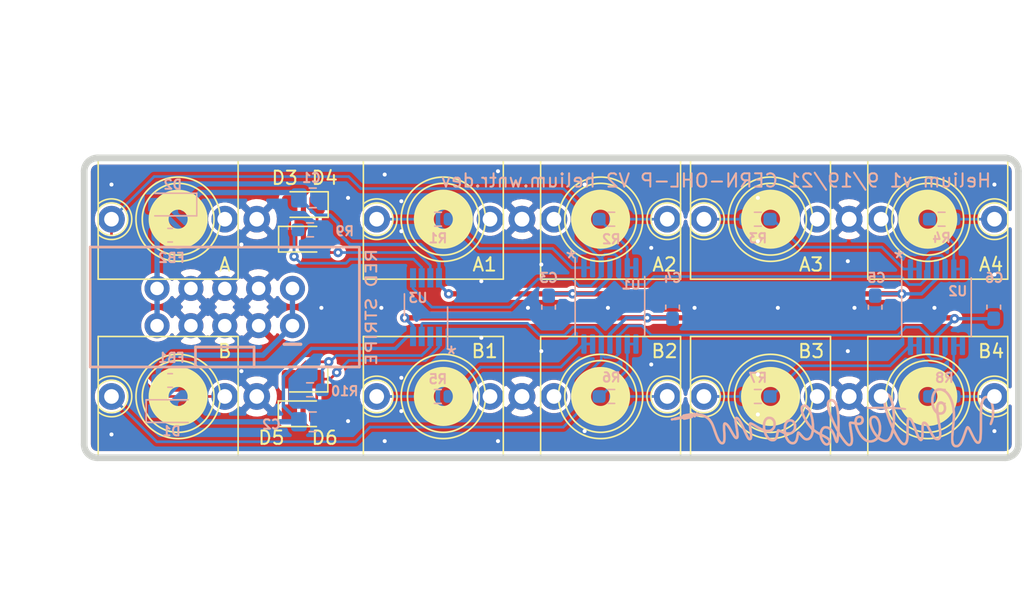
<source format=kicad_pcb>
(kicad_pcb (version 20171130) (host pcbnew "(5.1.10-1-10_14)")
  (layers (0 F.Cu signal) (31 B.Cu signal) (34 B.Paste user) (35 F.Paste user) (36 B.SilkS user) (37 F.SilkS user) (38 B.Mask user) (39 F.Mask user) (44 Edge.Cuts user))
  (net 0 "")
  (net 1 GND)
  (net 2 +12V)
  (net 3 -12V)
  (net 4 "Net-(D1-Pad1)")
  (net 5 "Net-(D2-Pad2)")
  (net 6 "Net-(FB1-Pad2)")
  (net 7 "Net-(FB2-Pad2)")
  (net 8 "Net-(J2-PadT)")
  (net 9 "Net-(J2-PadTN)")
  (net 10 "Net-(J3-PadT)")
  (net 11 "Net-(J3-PadTN)")
  (net 12 "Net-(J4-PadT)")
  (net 13 "Net-(J4-PadTN)")
  (net 14 "Net-(J5-PadT)")
  (net 15 "Net-(J5-PadTN)")
  (net 16 "Net-(J6-PadT)")
  (net 17 "Net-(J6-PadTN)")
  (net 18 "Net-(J7-PadT)")
  (net 19 "Net-(J8-PadT)")
  (net 20 "Net-(J8-PadTN)")
  (net 21 "Net-(J9-PadT)")
  (net 22 "Net-(J9-PadTN)")
  (net 23 "Net-(J10-PadT)")
  (net 24 "Net-(J10-PadTN)")
  (net 25 "Net-(J11-PadT)")
  (net 26 "Net-(J11-PadTN)")
  (net 27 "Net-(R1-Pad2)")
  (net 28 "Net-(R2-Pad2)")
  (net 29 "Net-(R3-Pad2)")
  (net 30 "Net-(R4-Pad2)")
  (net 31 "Net-(R5-Pad2)")
  (net 32 "Net-(R6-Pad2)")
  (net 33 "Net-(R7-Pad2)")
  (net 34 "Net-(R8-Pad2)")
  (net 35 "Net-(D3-Pad2)")
  (net 36 "Net-(D3-Pad1)")
  (net 37 "Net-(D5-Pad2)")
  (net 38 "Net-(D5-Pad1)")
  (module Package_SO:TSSOP-14_4.4x5mm_P0.65mm (layer B.Cu) (at 164.4 111.4 270)
    (fp_text reference U2 (at -1.2 -1.6) (layer B.SilkS) (effects (font (size 0.7 0.7)) (justify mirror)))
    (fp_text value OPA4991)
    (pad 14 smd roundrect (at 2.8625 1.95 270) (size 1.475 0.4) (layers B.Cu B.Paste B.Mask) (net 33 "Net-(R7-Pad2)"))
    (pad 13 smd roundrect (at 2.8625 1.3 270) (size 1.475 0.4) (layers B.Cu B.Paste B.Mask) (net 33 "Net-(R7-Pad2)"))
    (pad 12 smd roundrect (at 2.8625 0.65 270) (size 1.475 0.4) (layers B.Cu B.Paste B.Mask) (net 18 "Net-(J7-PadT)"))
    (pad 11 smd roundrect (at 2.8625 0 270) (size 1.475 0.4) (layers B.Cu B.Paste B.Mask) (net 3 -12V))
    (pad 10 smd roundrect (at 2.8625 -0.65 270) (size 1.475 0.4) (layers B.Cu B.Paste B.Mask) (net 18 "Net-(J7-PadT)"))
    (pad 9 smd roundrect (at 2.8625 -1.3 270) (size 1.475 0.4) (layers B.Cu B.Paste B.Mask) (net 34 "Net-(R8-Pad2)"))
    (pad 8 smd roundrect (at 2.8625 -1.95 270) (size 1.475 0.4) (layers B.Cu B.Paste B.Mask) (net 34 "Net-(R8-Pad2)"))
    (pad 7 smd roundrect (at -2.8625 -1.95 270) (size 1.475 0.4) (layers B.Cu B.Paste B.Mask) (net 30 "Net-(R4-Pad2)"))
    (pad 6 smd roundrect (at -2.8625 -1.3 270) (size 1.475 0.4) (layers B.Cu B.Paste B.Mask) (net 30 "Net-(R4-Pad2)"))
    (pad 5 smd roundrect (at -2.8625 -0.65 270) (size 1.475 0.4) (layers B.Cu B.Paste B.Mask) (net 8 "Net-(J2-PadT)"))
    (pad 4 smd roundrect (at -2.8625 0 270) (size 1.475 0.4) (layers B.Cu B.Paste B.Mask) (net 2 +12V))
    (pad 3 smd roundrect (at -2.8625 0.65 270) (size 1.475 0.4) (layers B.Cu B.Paste B.Mask) (net 8 "Net-(J2-PadT)"))
    (pad 2 smd roundrect (at -2.8625 1.3 270) (size 1.475 0.4) (layers B.Cu B.Paste B.Mask) (net 29 "Net-(R3-Pad2)"))
    (pad 1 smd roundrect (at -2.8625 1.95 270) (size 1.475 0.4) (layers B.Cu B.Paste B.Mask) (net 29 "Net-(R3-Pad2)"))
  )
  (module Package_SO:TSSOP-14_4.4x5mm_P0.65mm (layer B.Cu) (at 139.9 111.3 270)
    (fp_text reference U1 (at -1.6 -1.6 180) (layer B.SilkS) (effects (font (size 0.7 0.7)) (justify mirror)))
    (fp_text value OPA4991)
    (pad 14 smd roundrect (at 2.8625 1.95 270) (size 1.475 0.4) (layers B.Cu B.Paste B.Mask) (net 31 "Net-(R5-Pad2)"))
    (pad 13 smd roundrect (at 2.8625 1.3 270) (size 1.475 0.4) (layers B.Cu B.Paste B.Mask) (net 31 "Net-(R5-Pad2)"))
    (pad 12 smd roundrect (at 2.8625 0.65 270) (size 1.475 0.4) (layers B.Cu B.Paste B.Mask) (net 18 "Net-(J7-PadT)"))
    (pad 11 smd roundrect (at 2.8625 0 270) (size 1.475 0.4) (layers B.Cu B.Paste B.Mask) (net 3 -12V))
    (pad 10 smd roundrect (at 2.8625 -0.65 270) (size 1.475 0.4) (layers B.Cu B.Paste B.Mask) (net 18 "Net-(J7-PadT)"))
    (pad 9 smd roundrect (at 2.8625 -1.3 270) (size 1.475 0.4) (layers B.Cu B.Paste B.Mask) (net 32 "Net-(R6-Pad2)"))
    (pad 8 smd roundrect (at 2.8625 -1.95 270) (size 1.475 0.4) (layers B.Cu B.Paste B.Mask) (net 32 "Net-(R6-Pad2)"))
    (pad 7 smd roundrect (at -2.8625 -1.95 270) (size 1.475 0.4) (layers B.Cu B.Paste B.Mask) (net 28 "Net-(R2-Pad2)"))
    (pad 6 smd roundrect (at -2.8625 -1.3 270) (size 1.475 0.4) (layers B.Cu B.Paste B.Mask) (net 28 "Net-(R2-Pad2)"))
    (pad 5 smd roundrect (at -2.8625 -0.65 270) (size 1.475 0.4) (layers B.Cu B.Paste B.Mask) (net 8 "Net-(J2-PadT)"))
    (pad 4 smd roundrect (at -2.8625 0 270) (size 1.475 0.4) (layers B.Cu B.Paste B.Mask) (net 2 +12V))
    (pad 3 smd roundrect (at -2.8625 0.65 270) (size 1.475 0.4) (layers B.Cu B.Paste B.Mask) (net 8 "Net-(J2-PadT)"))
    (pad 2 smd roundrect (at -2.8625 1.3 270) (size 1.475 0.4) (layers B.Cu B.Paste B.Mask) (net 27 "Net-(R1-Pad2)"))
    (pad 1 smd roundrect (at -2.8625 1.95 270) (size 1.475 0.4) (layers B.Cu B.Paste B.Mask) (net 27 "Net-(R1-Pad2)"))
  )
  (module LED_SMD:LED_0805_2012Metric_Pad1.15x1.40mm_HandSolder (layer F.Cu) (at 116.875 116.8 180)
    (fp_text reference D6 (at -1.625 -4.4) (layer F.SilkS))
    (fp_text value NEG)
    (pad 2 smd roundrect (at 1.025 0 180) (size 1.15 1.4) (layers F.Cu F.Paste F.Mask) (roundrect_rratio 0.2173904347826087) (net 38 "Net-(D5-Pad1)"))
    (pad 1 smd roundrect (at -1.025 0 180) (size 1.15 1.4) (layers F.Cu F.Paste F.Mask) (roundrect_rratio 0.2173904347826087) (net 37 "Net-(D5-Pad2)"))
  )
  (module LED_SMD:LED_0805_2012Metric_Pad1.15x1.40mm_HandSolder (layer F.Cu) (at 116.875 119.4)
    (fp_text reference D5 (at -2.375 1.8) (layer F.SilkS))
    (fp_text value POS)
    (pad 2 smd roundrect (at 1.025 0) (size 1.15 1.4) (layers F.Cu F.Paste F.Mask) (roundrect_rratio 0.2173904347826087) (net 37 "Net-(D5-Pad2)"))
    (pad 1 smd roundrect (at -1.025 0) (size 1.15 1.4) (layers F.Cu F.Paste F.Mask) (roundrect_rratio 0.2173904347826087) (net 38 "Net-(D5-Pad1)"))
  )
  (module LED_SMD:LED_0805_2012Metric_Pad1.15x1.40mm_HandSolder (layer F.Cu) (at 116.9 103.7 180)
    (fp_text reference D4 (at -1.6 2) (layer F.SilkS))
    (fp_text value NEG)
    (pad 2 smd roundrect (at 1.025 0 180) (size 1.15 1.4) (layers F.Cu F.Paste F.Mask) (roundrect_rratio 0.2173904347826087) (net 36 "Net-(D3-Pad1)"))
    (pad 1 smd roundrect (at -1.025 0 180) (size 1.15 1.4) (layers F.Cu F.Paste F.Mask) (roundrect_rratio 0.2173904347826087) (net 35 "Net-(D3-Pad2)"))
  )
  (module LED_SMD:LED_0805_2012Metric_Pad1.15x1.40mm_HandSolder (layer F.Cu) (at 116.9 106.3)
    (fp_text reference D3 (at -1.4 -4.6) (layer F.SilkS))
    (fp_text value POS)
    (pad 2 smd roundrect (at 1.025 0) (size 1.15 1.4) (layers F.Cu F.Paste F.Mask) (roundrect_rratio 0.2173904347826087) (net 35 "Net-(D3-Pad2)"))
    (pad 1 smd roundrect (at -1.025 0) (size 1.15 1.4) (layers F.Cu F.Paste F.Mask) (roundrect_rratio 0.2173904347826087) (net 36 "Net-(D3-Pad1)"))
  )
  (module winterbloom:Eurorack_Power (layer B.Cu) (at 111 111.4 180)
    (fp_text reference J1 hide)
    (fp_text value Power hide)
    (fp_text user "RED STRIPE" (at -11 0 90) (layer B.SilkS) (effects (font (size 0.8 1)) (justify mirror)))
    (pad 10 thru_hole circle (at 5.08 1.407 90) (size 1.8796 1.8796) (drill 1.016) (layers *.Cu *.Mask) (net 7 "Net-(FB2-Pad2)"))
    (pad 9 thru_hole circle (at 5.08 -1.387 90) (size 1.8796 1.8796) (drill 1.016) (layers *.Cu *.Mask) (net 7 "Net-(FB2-Pad2)"))
    (pad 8 thru_hole circle (at 2.54 1.407 90) (size 1.8796 1.8796) (drill 1.016) (layers *.Cu *.Mask) (net 1 GND))
    (pad 7 thru_hole circle (at 2.54 -1.387 90) (size 1.8796 1.8796) (drill 1.016) (layers *.Cu *.Mask) (net 1 GND))
    (pad 6 thru_hole circle (at 0 1.407 90) (size 1.8796 1.8796) (drill 1.016) (layers *.Cu *.Mask) (net 1 GND))
    (pad 5 thru_hole circle (at 0 -1.387 90) (size 1.8796 1.8796) (drill 1.016) (layers *.Cu *.Mask) (net 1 GND))
    (pad 4 thru_hole circle (at -2.54 1.407 90) (size 1.8796 1.8796) (drill 1.016) (layers *.Cu *.Mask) (net 1 GND))
    (pad 3 thru_hole circle (at -2.54 -1.387 90) (size 1.8796 1.8796) (drill 1.016) (layers *.Cu *.Mask) (net 1 GND))
    (pad 2 thru_hole circle (at -5.08 1.407 90) (size 1.8796 1.8796) (drill 1.016) (layers *.Cu *.Mask) (net 6 "Net-(FB1-Pad2)"))
    (pad 1 thru_hole circle (at -5.08 -1.387 90) (size 1.8796 1.8796) (drill 1.016) (layers *.Cu *.Mask) (net 6 "Net-(FB1-Pad2)"))
  )
  (module winterbloom:WQP-WQP518MA-skinny (layer F.Cu) (at 127.4 118.1 90)
    (fp_text reference J8 hide)
    (fp_text value B1 (at 3.4 3.1) (layer F.SilkS))
    (pad S thru_hole circle (at 0 5.9 90) (size 2 2) (drill 1.1) (layers *.Cu *.Mask) (net 1 GND))
    (pad TN thru_hole circle (at 0 3.5 90) (size 2 2) (drill 1.1) (layers *.Cu *.Mask) (net 20 "Net-(J8-PadTN)"))
    (pad T thru_hole circle (at 0 -5 90) (size 2 2) (drill 1.1) (layers *.Cu *.Mask) (net 19 "Net-(J8-PadT)"))
  )
  (module Resistor_SMD:R_0603_1608Metric_Pad0.98x0.95mm_HandSolder (layer B.Cu) (at 117.4 117.6)
    (fp_text reference R10 (at 2.6 0.1) (layer B.SilkS) (effects (font (size 0.7 0.7)) (justify mirror)))
    (fp_text value 270)
    (pad 2 smd roundrect (at 0.9125 0) (size 0.975 0.95) (layers B.Cu B.Paste B.Mask) (net 38 "Net-(D5-Pad1)"))
    (pad 1 smd roundrect (at -0.9125 0) (size 0.975 0.95) (layers B.Cu B.Paste B.Mask) (net 1 GND))
  )
  (module Resistor_SMD:R_0603_1608Metric_Pad0.98x0.95mm_HandSolder (layer B.Cu) (at 117.4 105.6 180)
    (fp_text reference R9 (at -2.6 -0.1) (layer B.SilkS) (effects (font (size 0.7 0.7)) (justify mirror)))
    (fp_text value 270)
    (pad 2 smd roundrect (at 0.9125 0 180) (size 0.975 0.95) (layers B.Cu B.Paste B.Mask) (net 36 "Net-(D3-Pad1)"))
    (pad 1 smd roundrect (at -0.9125 0 180) (size 0.975 0.95) (layers B.Cu B.Paste B.Mask) (net 1 GND))
  )
  (module Package_SO:VSSOP-8_3.0x3.0mm_P0.65mm (layer B.Cu) (at 126.1 111.4 90)
    (fp_text reference U3 (at 0.7 -0.6) (layer B.SilkS) (effects (font (size 0.7 0.7)) (justify mirror)))
    (fp_text value LM358)
    (pad 8 smd rect (at 2.2 0.975 180) (size 0.45 1.45) (layers B.Cu B.Paste B.Mask) (net 2 +12V))
    (pad 7 smd rect (at 2.2 0.325 180) (size 0.45 1.45) (layers B.Cu B.Paste B.Mask) (net 35 "Net-(D3-Pad2)"))
    (pad 6 smd rect (at 2.2 -0.325 180) (size 0.45 1.45) (layers B.Cu B.Paste B.Mask) (net 36 "Net-(D3-Pad1)"))
    (pad 5 smd rect (at 2.2 -0.975 180) (size 0.45 1.45) (layers B.Cu B.Paste B.Mask) (net 8 "Net-(J2-PadT)"))
    (pad 4 smd rect (at -2.2 -0.975 180) (size 0.45 1.45) (layers B.Cu B.Paste B.Mask) (net 3 -12V))
    (pad 3 smd rect (at -2.2 -0.325 180) (size 0.45 1.45) (layers B.Cu B.Paste B.Mask) (net 18 "Net-(J7-PadT)"))
    (pad 2 smd rect (at -2.2 0.325 180) (size 0.45 1.45) (layers B.Cu B.Paste B.Mask) (net 38 "Net-(D5-Pad1)"))
    (pad 1 smd rect (at -2.2 0.975 180) (size 0.45 1.45) (layers B.Cu B.Paste B.Mask) (net 37 "Net-(D5-Pad2)"))
  )
  (module winterbloom:Extra_Long_Wiggly_Boi_25mm (layer B.Cu) (at 156.6 119.7 180)
    (fp_text reference G*** hide)
    (fp_text value LOGO hide)
  )
  (module winterbloom:WQP-WQP518MA-skinny (layer F.Cu) (at 163.75 118.1 270)
    (fp_text reference J11 hide)
    (fp_text value B4 (at -3.4 -4.75) (layer F.SilkS))
    (pad S thru_hole circle (at 0 5.9 270) (size 2 2) (drill 1.1) (layers *.Cu *.Mask) (net 1 GND))
    (pad TN thru_hole circle (at 0 3.5 270) (size 2 2) (drill 1.1) (layers *.Cu *.Mask) (net 26 "Net-(J11-PadTN)"))
    (pad T thru_hole circle (at 0 -5 270) (size 2 2) (drill 1.1) (layers *.Cu *.Mask) (net 25 "Net-(J11-PadT)"))
  )
  (module winterbloom:WQP-WQP518MA-skinny (layer F.Cu) (at 151.95 118.1 90)
    (fp_text reference J10 hide)
    (fp_text value B3 (at 3.4 3.05) (layer F.SilkS))
    (pad S thru_hole circle (at 0 5.9 90) (size 2 2) (drill 1.1) (layers *.Cu *.Mask) (net 1 GND))
    (pad TN thru_hole circle (at 0 3.5 90) (size 2 2) (drill 1.1) (layers *.Cu *.Mask) (net 24 "Net-(J10-PadTN)"))
    (pad T thru_hole circle (at 0 -5 90) (size 2 2) (drill 1.1) (layers *.Cu *.Mask) (net 23 "Net-(J10-PadT)"))
  )
  (module winterbloom:WQP-WQP518MA-skinny (layer F.Cu) (at 139.2 118.1 270)
    (fp_text reference J9 hide)
    (fp_text value B2 (at -3.4 -4.8) (layer F.SilkS))
    (pad S thru_hole circle (at 0 5.9 270) (size 2 2) (drill 1.1) (layers *.Cu *.Mask) (net 1 GND))
    (pad TN thru_hole circle (at 0 3.5 270) (size 2 2) (drill 1.1) (layers *.Cu *.Mask) (net 22 "Net-(J9-PadTN)"))
    (pad T thru_hole circle (at 0 -5 270) (size 2 2) (drill 1.1) (layers *.Cu *.Mask) (net 21 "Net-(J9-PadT)"))
  )
  (module winterbloom:WQP-WQP518MA-skinny (layer F.Cu) (at 107.5 118.1 90)
    (fp_text reference J7 hide)
    (fp_text value B (at 3.4 3.5) (layer F.SilkS))
    (pad S thru_hole circle (at 0 5.9 90) (size 2 2) (drill 1.1) (layers *.Cu *.Mask) (net 1 GND))
    (pad TN thru_hole circle (at 0 3.5 90) (size 2 2) (drill 1.1) (layers *.Cu *.Mask) (net 8 "Net-(J2-PadT)"))
    (pad T thru_hole circle (at 0 -5 90) (size 2 2) (drill 1.1) (layers *.Cu *.Mask) (net 18 "Net-(J7-PadT)"))
  )
  (module winterbloom:WQP-WQP518MA-skinny (layer F.Cu) (at 163.75 104.8 270)
    (fp_text reference J6 hide)
    (fp_text value A4 (at 3.4 -4.75) (layer F.SilkS))
    (pad S thru_hole circle (at 0 5.9 270) (size 2 2) (drill 1.1) (layers *.Cu *.Mask) (net 1 GND))
    (pad TN thru_hole circle (at 0 3.5 270) (size 2 2) (drill 1.1) (layers *.Cu *.Mask) (net 17 "Net-(J6-PadTN)"))
    (pad T thru_hole circle (at 0 -5 270) (size 2 2) (drill 1.1) (layers *.Cu *.Mask) (net 16 "Net-(J6-PadT)"))
  )
  (module winterbloom:WQP-WQP518MA-skinny (layer F.Cu) (at 151.95 104.8 90)
    (fp_text reference J5 hide)
    (fp_text value A3 (at -3.4 3.05) (layer F.SilkS))
    (pad S thru_hole circle (at 0 5.9 90) (size 2 2) (drill 1.1) (layers *.Cu *.Mask) (net 1 GND))
    (pad TN thru_hole circle (at 0 3.5 90) (size 2 2) (drill 1.1) (layers *.Cu *.Mask) (net 15 "Net-(J5-PadTN)"))
    (pad T thru_hole circle (at 0 -5 90) (size 2 2) (drill 1.1) (layers *.Cu *.Mask) (net 14 "Net-(J5-PadT)"))
  )
  (module winterbloom:WQP-WQP518MA-skinny (layer F.Cu) (at 139.2 104.8 270)
    (fp_text reference J4 hide)
    (fp_text value A2 (at 3.4 -4.8) (layer F.SilkS))
    (pad S thru_hole circle (at 0 5.9 270) (size 2 2) (drill 1.1) (layers *.Cu *.Mask) (net 1 GND))
    (pad TN thru_hole circle (at 0 3.5 270) (size 2 2) (drill 1.1) (layers *.Cu *.Mask) (net 13 "Net-(J4-PadTN)"))
    (pad T thru_hole circle (at 0 -5 270) (size 2 2) (drill 1.1) (layers *.Cu *.Mask) (net 12 "Net-(J4-PadT)"))
  )
  (module winterbloom:WQP-WQP518MA-skinny (layer F.Cu) (at 127.4 104.8 90)
    (fp_text reference J3 hide)
    (fp_text value A1 (at -3.4 3.1) (layer F.SilkS))
    (pad S thru_hole circle (at 0 5.9 90) (size 2 2) (drill 1.1) (layers *.Cu *.Mask) (net 1 GND))
    (pad TN thru_hole circle (at 0 3.5 90) (size 2 2) (drill 1.1) (layers *.Cu *.Mask) (net 11 "Net-(J3-PadTN)"))
    (pad T thru_hole circle (at 0 -5 90) (size 2 2) (drill 1.1) (layers *.Cu *.Mask) (net 10 "Net-(J3-PadT)"))
  )
  (module winterbloom:WQP-WQP518MA-skinny (layer F.Cu) (at 107.5 104.8 90)
    (fp_text reference J2 hide)
    (fp_text value A (at -3.4 3.5) (layer F.SilkS))
    (pad S thru_hole circle (at 0 5.9 90) (size 2 2) (drill 1.1) (layers *.Cu *.Mask) (net 1 GND))
    (pad TN thru_hole circle (at 0 3.5 90) (size 2 2) (drill 1.1) (layers *.Cu *.Mask) (net 9 "Net-(J2-PadTN)"))
    (pad T thru_hole circle (at 0 -5 90) (size 2 2) (drill 1.1) (layers *.Cu *.Mask) (net 8 "Net-(J2-PadT)"))
  )
  (module Resistor_SMD:R_0603_1608Metric_Pad0.98x0.95mm_HandSolder (layer B.Cu) (at 164.8 118.1 180)
    (fp_text reference R8 (at -0.2 1.4) (layer B.SilkS) (effects (font (size 0.7 0.7)) (justify mirror)))
    (fp_text value 100R)
    (pad 2 smd roundrect (at 0.9125 0 180) (size 0.975 0.95) (layers B.Cu B.Paste B.Mask) (net 34 "Net-(R8-Pad2)"))
    (pad 1 smd roundrect (at -0.9125 0 180) (size 0.975 0.95) (layers B.Cu B.Paste B.Mask) (net 25 "Net-(J11-PadT)"))
  )
  (module Resistor_SMD:R_0603_1608Metric_Pad0.98x0.95mm_HandSolder (layer B.Cu) (at 151 118.1)
    (fp_text reference R7 (at 0 -1.4) (layer B.SilkS) (effects (font (size 0.7 0.7)) (justify mirror)))
    (fp_text value 100R)
    (pad 2 smd roundrect (at 0.9125 0) (size 0.975 0.95) (layers B.Cu B.Paste B.Mask) (net 33 "Net-(R7-Pad2)"))
    (pad 1 smd roundrect (at -0.9125 0) (size 0.975 0.95) (layers B.Cu B.Paste B.Mask) (net 23 "Net-(J10-PadT)"))
  )
  (module Resistor_SMD:R_0603_1608Metric_Pad0.98x0.95mm_HandSolder (layer B.Cu) (at 140 118.1 180)
    (fp_text reference R6 (at 0 1.43) (layer B.SilkS) (effects (font (size 0.7 0.7)) (justify mirror)))
    (fp_text value 100R)
    (pad 2 smd roundrect (at 0.9125 0 180) (size 0.975 0.95) (layers B.Cu B.Paste B.Mask) (net 32 "Net-(R6-Pad2)"))
    (pad 1 smd roundrect (at -0.9125 0 180) (size 0.975 0.95) (layers B.Cu B.Paste B.Mask) (net 21 "Net-(J9-PadT)"))
  )
  (module Resistor_SMD:R_0603_1608Metric_Pad0.98x0.95mm_HandSolder (layer B.Cu) (at 126.9875 118.1)
    (fp_text reference R5 (at 0 -1.3) (layer B.SilkS) (effects (font (size 0.7 0.7)) (justify mirror)))
    (fp_text value 100R)
    (pad 2 smd roundrect (at 0.9125 0) (size 0.975 0.95) (layers B.Cu B.Paste B.Mask) (net 31 "Net-(R5-Pad2)"))
    (pad 1 smd roundrect (at -0.9125 0) (size 0.975 0.95) (layers B.Cu B.Paste B.Mask) (net 19 "Net-(J8-PadT)"))
  )
  (module Resistor_SMD:R_0603_1608Metric_Pad0.98x0.95mm_HandSolder (layer B.Cu) (at 164.7875 104.8 180)
    (fp_text reference R4 (at 0 -1.4) (layer B.SilkS) (effects (font (size 0.7 0.7)) (justify mirror)))
    (fp_text value 100R)
    (pad 2 smd roundrect (at 0.9125 0 180) (size 0.975 0.95) (layers B.Cu B.Paste B.Mask) (net 30 "Net-(R4-Pad2)"))
    (pad 1 smd roundrect (at -0.9125 0 180) (size 0.975 0.95) (layers B.Cu B.Paste B.Mask) (net 16 "Net-(J6-PadT)"))
  )
  (module Resistor_SMD:R_0603_1608Metric_Pad0.98x0.95mm_HandSolder (layer B.Cu) (at 151 104.8)
    (fp_text reference R3 (at 0 1.43) (layer B.SilkS) (effects (font (size 0.7 0.7)) (justify mirror)))
    (fp_text value 100R)
    (pad 2 smd roundrect (at 0.9125 0) (size 0.975 0.95) (layers B.Cu B.Paste B.Mask) (net 29 "Net-(R3-Pad2)"))
    (pad 1 smd roundrect (at -0.9125 0) (size 0.975 0.95) (layers B.Cu B.Paste B.Mask) (net 14 "Net-(J5-PadT)"))
  )
  (module Resistor_SMD:R_0603_1608Metric_Pad0.98x0.95mm_HandSolder (layer B.Cu) (at 140 104.8 180)
    (fp_text reference R2 (at 0 -1.5) (layer B.SilkS) (effects (font (size 0.7 0.7)) (justify mirror)))
    (fp_text value 100R)
    (pad 2 smd roundrect (at 0.9125 0 180) (size 0.975 0.95) (layers B.Cu B.Paste B.Mask) (net 28 "Net-(R2-Pad2)"))
    (pad 1 smd roundrect (at -0.9125 0 180) (size 0.975 0.95) (layers B.Cu B.Paste B.Mask) (net 12 "Net-(J4-PadT)"))
  )
  (module Resistor_SMD:R_0603_1608Metric_Pad0.98x0.95mm_HandSolder (layer B.Cu) (at 127 104.8)
    (fp_text reference R1 (at 0 1.43) (layer B.SilkS) (effects (font (size 0.7 0.7)) (justify mirror)))
    (fp_text value 100R)
    (pad 2 smd roundrect (at 0.9125 0) (size 0.975 0.95) (layers B.Cu B.Paste B.Mask) (net 27 "Net-(R1-Pad2)"))
    (pad 1 smd roundrect (at -0.9125 0) (size 0.975 0.95) (layers B.Cu B.Paste B.Mask) (net 10 "Net-(J3-PadT)"))
  )
  (module Inductor_SMD:L_0603_1608Metric_Pad1.05x0.95mm_HandSolder (layer B.Cu) (at 106.9 106 180)
    (fp_text reference FB2 (at -0.1 -1.7 180) (layer B.SilkS) (effects (font (size 0.7 0.7)) (justify mirror)))
    (fp_text value 300mA)
    (pad 2 smd roundrect (at 0.875 0 180) (size 1.05 0.95) (layers B.Cu B.Paste B.Mask) (net 7 "Net-(FB2-Pad2)"))
    (pad 1 smd roundrect (at -0.875 0 180) (size 1.05 0.95) (layers B.Cu B.Paste B.Mask) (net 5 "Net-(D2-Pad2)"))
  )
  (module Inductor_SMD:L_0603_1608Metric_Pad1.05x0.95mm_HandSolder (layer B.Cu) (at 106.9 116.9 180)
    (fp_text reference FB1 (at -0.1 1.7) (layer B.SilkS) (effects (font (size 0.7 0.7)) (justify mirror)))
    (fp_text value 300mA)
    (pad 2 smd roundrect (at 0.875 0 180) (size 1.05 0.95) (layers B.Cu B.Paste B.Mask) (net 6 "Net-(FB1-Pad2)"))
    (pad 1 smd roundrect (at -0.875 0 180) (size 1.05 0.95) (layers B.Cu B.Paste B.Mask) (net 4 "Net-(D1-Pad1)"))
  )
  (module Diode_SMD:D_SOD-323_HandSoldering (layer B.Cu) (at 107 103.7 180)
    (fp_text reference D2 (at -0.1 1.5) (layer B.SilkS) (effects (font (size 0.7 0.7)) (justify mirror)))
    (fp_text value 1N5819)
    (pad 2 smd rect (at 1.25 0 180) (size 1 1) (layers B.Cu B.Paste B.Mask) (net 5 "Net-(D2-Pad2)"))
    (pad 1 smd rect (at -1.25 0 180) (size 1 1) (layers B.Cu B.Paste B.Mask) (net 2 +12V))
  )
  (module Diode_SMD:D_SOD-323_HandSoldering (layer B.Cu) (at 107 119.2)
    (fp_text reference D1 (at 0 1.5) (layer B.SilkS) (effects (font (size 0.7 0.7)) (justify mirror)))
    (fp_text value 1N5819)
    (pad 2 smd rect (at 1.25 0) (size 1 1) (layers B.Cu B.Paste B.Mask) (net 3 -12V))
    (pad 1 smd rect (at -1.25 0) (size 1 1) (layers B.Cu B.Paste B.Mask) (net 4 "Net-(D1-Pad1)"))
  )
  (module Capacitor_SMD:C_0603_1608Metric_Pad1.08x0.95mm_HandSolder (layer B.Cu) (at 168.7 111.4 90)
    (fp_text reference C6 (at 2.2 0.0375 180) (layer B.SilkS) (effects (font (size 0.7 0.7)) (justify mirror)))
    (fp_text value 0.1uF)
    (pad 2 smd roundrect (at 0.8625 0 90) (size 1.075 0.95) (layers B.Cu B.Paste B.Mask) (net 1 GND))
    (pad 1 smd roundrect (at -0.8625 0 90) (size 1.075 0.95) (layers B.Cu B.Paste B.Mask) (net 3 -12V))
  )
  (module Capacitor_SMD:C_0603_1608Metric_Pad1.08x0.95mm_HandSolder (layer B.Cu) (at 159.8 111.4 270)
    (fp_text reference C5 (at -2.2 -0.1 180) (layer B.SilkS) (effects (font (size 0.7 0.7)) (justify mirror)))
    (fp_text value 0.1uF)
    (pad 2 smd roundrect (at 0.8625 0 270) (size 1.075 0.95) (layers B.Cu B.Paste B.Mask) (net 1 GND))
    (pad 1 smd roundrect (at -0.8625 0 270) (size 1.075 0.95) (layers B.Cu B.Paste B.Mask) (net 2 +12V))
  )
  (module Capacitor_SMD:C_0603_1608Metric_Pad1.08x0.95mm_HandSolder (layer B.Cu) (at 144.6 111.4 90)
    (fp_text reference C4 (at 2.2 0 180) (layer B.SilkS) (effects (font (size 0.7 0.7)) (justify mirror)))
    (fp_text value 0.1uF)
    (pad 2 smd roundrect (at 0.8625 0 90) (size 1.075 0.95) (layers B.Cu B.Paste B.Mask) (net 1 GND))
    (pad 1 smd roundrect (at -0.8625 0 90) (size 1.075 0.95) (layers B.Cu B.Paste B.Mask) (net 3 -12V))
  )
  (module Capacitor_SMD:C_0603_1608Metric_Pad1.08x0.95mm_HandSolder (layer B.Cu) (at 135.3 111.4 270)
    (fp_text reference C3 (at -2.2 0) (layer B.SilkS) (effects (font (size 0.7 0.7)) (justify mirror)))
    (fp_text value 0.1uF)
    (pad 2 smd roundrect (at 0.8625 0 270) (size 1.075 0.95) (layers B.Cu B.Paste B.Mask) (net 1 GND))
    (pad 1 smd roundrect (at -0.8625 0 270) (size 1.075 0.95) (layers B.Cu B.Paste B.Mask) (net 2 +12V))
  )
  (module Capacitor_SMD:C_0805_2012Metric_Pad1.18x1.45mm_HandSolder (layer B.Cu) (at 117.6 120)
    (fp_text reference C2 (at -3.1 0.2 180) (layer B.SilkS) (effects (font (size 0.7 0.7)) (justify mirror)))
    (fp_text value 10uF)
    (pad 2 smd roundrect (at 1.0375 0) (size 1.175 1.45) (layers B.Cu B.Paste B.Mask) (roundrect_rratio 0.2127659574468085) (net 1 GND))
    (pad 1 smd roundrect (at -1.0375 0) (size 1.175 1.45) (layers B.Cu B.Paste B.Mask) (roundrect_rratio 0.2127659574468085) (net 3 -12V))
  )
  (module Capacitor_SMD:C_0805_2012Metric_Pad1.18x1.45mm_HandSolder (layer B.Cu) (at 117.6 103.2)
    (fp_text reference C1 (at -0.1 -1.5 180) (layer B.SilkS) (effects (font (size 0.7 0.7)) (justify mirror)))
    (fp_text value 10uF)
    (pad 2 smd roundrect (at 1.0375 0) (size 1.175 1.45) (layers B.Cu B.Paste B.Mask) (roundrect_rratio 0.2127659574468085) (net 1 GND))
    (pad 1 smd roundrect (at -1.0375 0) (size 1.175 1.45) (layers B.Cu B.Paste B.Mask) (roundrect_rratio 0.2127659574468085) (net 2 +12V))
  )
  (gr_text * (at 128 115) (layer B.SilkS) (effects (font (size 1.2 1.2)) (justify mirror)))
  (gr_text * (at 161.6 107.8) (layer B.SilkS) (effects (font (size 1.2 1.2)) (justify mirror)))
  (gr_text * (at 137 107.8) (layer B.SilkS) (effects (font (size 1.2 1.2)) (justify mirror)))
  (gr_text "Helium v1 9/19/21 CERN-OHL-P V2 helium.wntr.dev" (at 168.6 101.9) (layer B.SilkS) (effects (font (size 1 1)) (justify left mirror)))
  (gr_arc (start 101.45 101.2) (end 101.45 100.2) (angle -90) (layer Edge.Cuts) (width 0.5))
  (gr_arc (start 101.45 121.7) (end 100.45 121.7) (angle -90) (layer Edge.Cuts) (width 0.5))
  (gr_arc (start 169.55 121.7) (end 169.55 122.7) (angle -90) (layer Edge.Cuts) (width 0.5))
  (gr_arc (start 169.55 101.2) (end 170.55 101.2) (angle -90) (layer Edge.Cuts) (width 0.5))
  (gr_line (start 169.55 100.2) (end 101.45 100.2) (layer Edge.Cuts) (width 0.5))
  (gr_line (start 170.55 121.7) (end 170.55 101.2) (layer Edge.Cuts) (width 0.5))
  (gr_line (start 101.45 122.7) (end 169.55 122.7) (layer Edge.Cuts) (width 0.5))
  (gr_line (start 100.45 101.2) (end 100.45 121.7) (layer Edge.Cuts) (width 0.5))
  (via (at 118.25 111.45) (size 0.7) (drill 0.3) (layers F.Cu B.Cu) (net 1))
  (via (at 122.75 111.45) (size 0.7) (drill 0.3) (layers F.Cu B.Cu) (net 1))
  (via (at 133.75 111.45) (size 0.7) (drill 0.3) (layers F.Cu B.Cu) (net 1))
  (via (at 146.25 111.45) (size 0.7) (drill 0.3) (layers F.Cu B.Cu) (net 1))
  (via (at 139.75 111.45) (size 0.7) (drill 0.3) (layers F.Cu B.Cu) (net 1))
  (via (at 158.25 111.45) (size 0.7) (drill 0.3) (layers F.Cu B.Cu) (net 1))
  (via (at 152.5 111.45) (size 0.7) (drill 0.3) (layers F.Cu B.Cu) (net 1))
  (via (at 164.25 111.45) (size 0.7) (drill 0.3) (layers F.Cu B.Cu) (net 1))
  (via (at 168.75 108.95) (size 0.7) (drill 0.3) (layers F.Cu B.Cu) (net 1))
  (via (at 157.75 107.95) (size 0.7) (drill 0.3) (layers F.Cu B.Cu) (net 1))
  (via (at 157.75 114.7) (size 0.7) (drill 0.3) (layers F.Cu B.Cu) (net 1))
  (via (at 151 119.45) (size 0.7) (drill 0.3) (layers F.Cu B.Cu) (net 1))
  (via (at 151 103.2) (size 0.7) (drill 0.3) (layers F.Cu B.Cu) (net 1))
  (via (at 151 106.45) (size 0.7) (drill 0.3) (layers F.Cu B.Cu) (net 1))
  (via (at 151 116.45) (size 0.7) (drill 0.3) (layers F.Cu B.Cu) (net 1))
  (via (at 143 115.7) (size 0.7) (drill 0.3) (layers F.Cu B.Cu) (net 1))
  (via (at 143 106.95) (size 0.7) (drill 0.3) (layers F.Cu B.Cu) (net 1))
  (via (at 138 120.7) (size 0.7) (drill 0.3) (layers F.Cu B.Cu) (net 1))
  (via (at 138 102.2) (size 0.7) (drill 0.3) (layers F.Cu B.Cu) (net 1))
  (via (at 130.25 109.45) (size 0.7) (drill 0.3) (layers F.Cu B.Cu) (net 1))
  (via (at 130.25 113.7) (size 0.7) (drill 0.3) (layers F.Cu B.Cu) (net 1))
  (via (at 134.75 114.7) (size 0.7) (drill 0.3) (layers F.Cu B.Cu) (net 1))
  (via (at 134.75 108.2) (size 0.7) (drill 0.3) (layers F.Cu B.Cu) (net 1))
  (via (at 124.25 116.7) (size 0.7) (drill 0.3) (layers F.Cu B.Cu) (net 1))
  (via (at 124.25 105.7) (size 0.7) (drill 0.3) (layers F.Cu B.Cu) (net 1))
  (via (at 124.25 103.45) (size 0.7) (drill 0.3) (layers F.Cu B.Cu) (net 1))
  (via (at 124.25 119.2) (size 0.7) (drill 0.3) (layers F.Cu B.Cu) (net 1))
  (via (at 120.25 119.95) (size 0.7) (drill 0.3) (layers F.Cu B.Cu) (net 1))
  (via (at 120.25 103.2) (size 0.7) (drill 0.3) (layers F.Cu B.Cu) (net 1))
  (via (at 112.25 116.2) (size 0.7) (drill 0.3) (layers F.Cu B.Cu) (net 1))
  (via (at 112.25 106.7) (size 0.7) (drill 0.3) (layers F.Cu B.Cu) (net 1))
  (via (at 102.5 120.95) (size 0.7) (drill 0.3) (layers F.Cu B.Cu) (net 1))
  (via (at 102.5 102.2) (size 0.7) (drill 0.3) (layers F.Cu B.Cu) (net 1))
  (via (at 123 121.45) (size 0.7) (drill 0.3) (layers F.Cu B.Cu) (net 1))
  (via (at 123 101.45) (size 0.7) (drill 0.3) (layers F.Cu B.Cu) (net 1))
  (via (at 131.5 101.2) (size 0.7) (drill 0.3) (layers F.Cu B.Cu) (net 1))
  (via (at 131.5 121.45) (size 0.7) (drill 0.3) (layers F.Cu B.Cu) (net 1))
  (via (at 168.75 120.7) (size 0.7) (drill 0.3) (layers F.Cu B.Cu) (net 1))
  (via (at 168.75 102.2) (size 0.7) (drill 0.3) (layers F.Cu B.Cu) (net 1))
  (segment (start 116.5625 103.2) (end 116.5 103.2) (width 0.4) (layer B.Cu) (net 2))
  (segment (start 116.5 103.2) (end 116.1 102.8) (width 0.4) (layer B.Cu) (net 2))
  (segment (start 109.15 102.8) (end 108.25 103.7) (width 0.4) (layer B.Cu) (net 2))
  (segment (start 116.1 102.8) (end 109.15 102.8) (width 0.4) (layer B.Cu) (net 2))
  (segment (start 127.075 109.2) (end 127.075 108.075) (width 0.25) (layer B.Cu) (net 2))
  (segment (start 118.9 104.5) (end 117.8625 104.5) (width 0.25) (layer B.Cu) (net 2))
  (segment (start 117.8625 104.5) (end 116.5625 103.2) (width 0.25) (layer B.Cu) (net 2))
  (segment (start 119.5 105.1) (end 118.9 104.5) (width 0.25) (layer B.Cu) (net 2))
  (segment (start 119.5 105.8) (end 119.5 105.1) (width 0.25) (layer B.Cu) (net 2))
  (segment (start 120.4 106.7) (end 119.5 105.8) (width 0.25) (layer B.Cu) (net 2))
  (segment (start 125.7 106.7) (end 120.4 106.7) (width 0.25) (layer B.Cu) (net 2))
  (segment (start 127.075 108.075) (end 125.7 106.7) (width 0.25) (layer B.Cu) (net 2))
  (via (at 127.8 110.4) (size 0.7) (drill 0.3) (layers F.Cu B.Cu) (net 2))
  (segment (start 127.075 109.675) (end 127.8 110.4) (width 0.25) (layer B.Cu) (net 2))
  (segment (start 127.075 109.2) (end 127.075 109.675) (width 0.25) (layer B.Cu) (net 2))
  (via (at 137.1 110.4) (size 0.7) (drill 0.3) (layers F.Cu B.Cu) (net 2))
  (segment (start 127.8 110.4) (end 137.1 110.4) (width 0.4) (layer F.Cu) (net 2))
  (segment (start 135.4375 110.4) (end 135.3 110.5375) (width 0.25) (layer B.Cu) (net 2))
  (segment (start 137.1 110.4) (end 135.4375 110.4) (width 0.25) (layer B.Cu) (net 2))
  (segment (start 139.9 109.175) (end 139.9 108.4375) (width 0.25) (layer B.Cu) (net 2))
  (segment (start 138.675 110.4) (end 139.9 109.175) (width 0.25) (layer B.Cu) (net 2))
  (segment (start 137.1 110.4) (end 138.675 110.4) (width 0.25) (layer B.Cu) (net 2))
  (via (at 161.8 110.4) (size 0.7) (drill 0.3) (layers F.Cu B.Cu) (net 2))
  (segment (start 137.1 110.4) (end 161.8 110.4) (width 0.4) (layer F.Cu) (net 2))
  (segment (start 159.9375 110.4) (end 159.8 110.5375) (width 0.25) (layer B.Cu) (net 2))
  (segment (start 161.8 110.4) (end 159.9375 110.4) (width 0.25) (layer B.Cu) (net 2))
  (segment (start 164.4 109.275) (end 164.4 108.5375) (width 0.25) (layer B.Cu) (net 2))
  (segment (start 163.275 110.4) (end 164.4 109.275) (width 0.25) (layer B.Cu) (net 2))
  (segment (start 161.8 110.4) (end 163.275 110.4) (width 0.25) (layer B.Cu) (net 2))
  (segment (start 108.25 119.2) (end 108.5 119.2) (width 0.4) (layer B.Cu) (net 3))
  (segment (start 109.3 120) (end 116.5625 120) (width 0.4) (layer B.Cu) (net 3))
  (segment (start 108.5 119.2) (end 109.3 120) (width 0.4) (layer B.Cu) (net 3))
  (segment (start 116.5625 120) (end 116.5625 119.5625) (width 0.25) (layer B.Cu) (net 3))
  (via (at 124.5 112.2) (size 0.7) (drill 0.3) (layers F.Cu B.Cu) (net 3))
  (segment (start 125.125 112.825) (end 124.5 112.2) (width 0.25) (layer B.Cu) (net 3))
  (segment (start 125.125 113.6) (end 125.125 112.825) (width 0.25) (layer B.Cu) (net 3))
  (segment (start 164.4 113.61637) (end 164.4 114.2625) (width 0.25) (layer B.Cu) (net 3))
  (segment (start 165.75387 112.2625) (end 164.4 113.61637) (width 0.25) (layer B.Cu) (net 3))
  (segment (start 168.7 112.2625) (end 165.75387 112.2625) (width 0.25) (layer B.Cu) (net 3))
  (via (at 142.7 112.2) (size 0.7) (drill 0.3) (layers F.Cu B.Cu) (net 3))
  (segment (start 124.5 112.2) (end 142.7 112.2) (width 0.4) (layer F.Cu) (net 3))
  (segment (start 144.5375 112.2) (end 144.6 112.2625) (width 0.25) (layer B.Cu) (net 3))
  (segment (start 142.7 112.2) (end 144.5375 112.2) (width 0.25) (layer B.Cu) (net 3))
  (segment (start 139.9 113.425) (end 139.9 114.1625) (width 0.25) (layer B.Cu) (net 3))
  (segment (start 141.125 112.2) (end 139.9 113.425) (width 0.25) (layer B.Cu) (net 3))
  (segment (start 142.7 112.2) (end 141.125 112.2) (width 0.25) (layer B.Cu) (net 3))
  (via (at 165.75387 112.2625) (size 0.7) (drill 0.3) (layers F.Cu B.Cu) (net 3))
  (segment (start 165.69137 112.2) (end 165.75387 112.2625) (width 0.25) (layer F.Cu) (net 3))
  (segment (start 142.7 112.2) (end 165.69137 112.2) (width 0.4) (layer F.Cu) (net 3))
  (segment (start 125.125 113.6) (end 124.7 113.6) (width 0.25) (layer B.Cu) (net 3))
  (segment (start 124.7 113.6) (end 123.8 114.5) (width 0.25) (layer B.Cu) (net 3))
  (segment (start 123.8 114.5) (end 117.5 114.5) (width 0.25) (layer B.Cu) (net 3))
  (segment (start 117.5 114.5) (end 115.4 116.6) (width 0.25) (layer B.Cu) (net 3))
  (segment (start 115.4 118.8375) (end 116.5625 120) (width 0.25) (layer B.Cu) (net 3))
  (segment (start 115.4 116.6) (end 115.4 118.8375) (width 0.25) (layer B.Cu) (net 3))
  (segment (start 105.75 118.925) (end 107.775 116.9) (width 0.4) (layer B.Cu) (net 4))
  (segment (start 105.75 119.2) (end 105.75 118.925) (width 0.4) (layer B.Cu) (net 4))
  (segment (start 107.775 105.725) (end 105.75 103.7) (width 0.4) (layer B.Cu) (net 5))
  (segment (start 106.025 116.9) (end 106.025 116.075) (width 0.4) (layer B.Cu) (net 6))
  (segment (start 106.025 116.075) (end 107.1 115) (width 0.4) (layer B.Cu) (net 6))
  (segment (start 113.867 115) (end 116.08 112.787) (width 0.4) (layer B.Cu) (net 6))
  (segment (start 107.1 115) (end 113.867 115) (width 0.4) (layer B.Cu) (net 6))
  (segment (start 116.08 112.787) (end 116.08 109.993) (width 0.4) (layer B.Cu) (net 6))
  (segment (start 105.92 109.993) (end 105.92 112.787) (width 0.4) (layer B.Cu) (net 7))
  (segment (start 105.92 106.105) (end 106.025 106) (width 0.4) (layer B.Cu) (net 7))
  (segment (start 105.92 109.993) (end 105.92 106.105) (width 0.4) (layer B.Cu) (net 7))
  (segment (start 111 118.1) (end 106.1 118.1) (width 0.2) (layer F.Cu) (net 8))
  (segment (start 102.5 114.5) (end 102.5 104.8) (width 0.2) (layer F.Cu) (net 8))
  (segment (start 106.1 118.1) (end 102.5 114.5) (width 0.2) (layer F.Cu) (net 8))
  (segment (start 120.3 101.6) (end 105.7 101.6) (width 0.2) (layer B.Cu) (net 8))
  (segment (start 121.2 102.5) (end 120.3 101.6) (width 0.2) (layer B.Cu) (net 8))
  (segment (start 137.6 103.7) (end 136.4 102.5) (width 0.2) (layer B.Cu) (net 8))
  (segment (start 136.4 102.5) (end 121.2 102.5) (width 0.2) (layer B.Cu) (net 8))
  (segment (start 137.6 106.176724) (end 137.6 103.7) (width 0.2) (layer B.Cu) (net 8))
  (segment (start 105.7 101.6) (end 102.5 104.8) (width 0.2) (layer B.Cu) (net 8))
  (segment (start 139.25 107.826724) (end 137.6 106.176724) (width 0.2) (layer B.Cu) (net 8))
  (segment (start 139.25 108.4375) (end 139.25 107.826724) (width 0.2) (layer B.Cu) (net 8))
  (segment (start 163.57001 109.328266) (end 163.198276 109.7) (width 0.2) (layer B.Cu) (net 8))
  (segment (start 163.7375 108.5375) (end 163.57001 108.70499) (width 0.2) (layer B.Cu) (net 8))
  (segment (start 163.57001 108.70499) (end 163.57001 109.328266) (width 0.2) (layer B.Cu) (net 8))
  (segment (start 163.75 108.5375) (end 163.7375 108.5375) (width 0.2) (layer B.Cu) (net 8))
  (segment (start 162.351724 109.7) (end 161.751724 109.1) (width 0.2) (layer B.Cu) (net 8))
  (segment (start 163.198276 109.7) (end 162.351724 109.7) (width 0.2) (layer B.Cu) (net 8))
  (segment (start 161.751724 109.1) (end 143.2 109.1) (width 0.2) (layer B.Cu) (net 8))
  (segment (start 143.2 109.1) (end 142.6 109.7) (width 0.2) (layer B.Cu) (net 8))
  (segment (start 141.075 109.7) (end 140.55 109.175) (width 0.2) (layer B.Cu) (net 8))
  (segment (start 140.55 109.175) (end 140.55 108.4375) (width 0.2) (layer B.Cu) (net 8))
  (segment (start 142.6 109.7) (end 141.075 109.7) (width 0.2) (layer B.Cu) (net 8))
  (segment (start 164.02001 107.52999) (end 164.77999 107.52999) (width 0.2) (layer B.Cu) (net 8))
  (segment (start 165.05 107.8) (end 165.05 108.5375) (width 0.2) (layer B.Cu) (net 8))
  (segment (start 164.77999 107.52999) (end 165.05 107.8) (width 0.2) (layer B.Cu) (net 8))
  (segment (start 163.75 107.8) (end 164.02001 107.52999) (width 0.2) (layer B.Cu) (net 8))
  (segment (start 163.75 108.5375) (end 163.75 107.8) (width 0.2) (layer B.Cu) (net 8))
  (segment (start 132.4 111.4) (end 126.538998 111.4) (width 0.2) (layer B.Cu) (net 8))
  (segment (start 134.5 109.3) (end 132.4 111.4) (width 0.2) (layer B.Cu) (net 8))
  (segment (start 126.538998 111.4) (end 125.125 109.986002) (width 0.2) (layer B.Cu) (net 8))
  (segment (start 137.1 109.3) (end 134.5 109.3) (width 0.2) (layer B.Cu) (net 8))
  (segment (start 125.125 109.986002) (end 125.125 109.2) (width 0.2) (layer B.Cu) (net 8))
  (segment (start 137.6 109.8) (end 137.1 109.3) (width 0.2) (layer B.Cu) (net 8))
  (segment (start 138.498276 109.8) (end 137.6 109.8) (width 0.2) (layer B.Cu) (net 8))
  (segment (start 139.25 109.048276) (end 138.498276 109.8) (width 0.2) (layer B.Cu) (net 8))
  (segment (start 139.25 108.4375) (end 139.25 109.048276) (width 0.2) (layer B.Cu) (net 8))
  (segment (start 140.55 107.7) (end 140.55 108.4375) (width 0.2) (layer B.Cu) (net 8))
  (segment (start 140.27999 107.42999) (end 140.55 107.7) (width 0.2) (layer B.Cu) (net 8))
  (segment (start 139.52001 107.42999) (end 140.27999 107.42999) (width 0.2) (layer B.Cu) (net 8))
  (segment (start 139.25 107.7) (end 139.52001 107.42999) (width 0.2) (layer B.Cu) (net 8))
  (segment (start 139.25 108.4375) (end 139.25 107.7) (width 0.2) (layer B.Cu) (net 8))
  (segment (start 126.0875 104.8) (end 122.4 104.8) (width 0.2) (layer B.Cu) (net 10))
  (segment (start 140.9125 104.8) (end 144.2 104.8) (width 0.2) (layer B.Cu) (net 12))
  (segment (start 146.95 104.8) (end 150.0875 104.8) (width 0.2) (layer B.Cu) (net 14))
  (segment (start 165.7 104.8) (end 168.75 104.8) (width 0.2) (layer B.Cu) (net 16))
  (segment (start 140.55 114.9) (end 140.55 114.1625) (width 0.2) (layer B.Cu) (net 18))
  (segment (start 140.27999 115.17001) (end 140.55 114.9) (width 0.2) (layer B.Cu) (net 18))
  (segment (start 139.52001 115.17001) (end 140.27999 115.17001) (width 0.2) (layer B.Cu) (net 18))
  (segment (start 139.25 114.9) (end 139.52001 115.17001) (width 0.2) (layer B.Cu) (net 18))
  (segment (start 139.25 114.1625) (end 139.25 114.9) (width 0.2) (layer B.Cu) (net 18))
  (segment (start 139.25 114.1625) (end 139.25 115.35) (width 0.2) (layer B.Cu) (net 18))
  (segment (start 139.25 115.35) (end 137.6 117) (width 0.2) (layer B.Cu) (net 18))
  (segment (start 137.6 117) (end 137.6 119.2) (width 0.2) (layer B.Cu) (net 18))
  (segment (start 137.6 119.2) (end 136.4 120.4) (width 0.2) (layer B.Cu) (net 18))
  (segment (start 136.4 120.4) (end 121.9 120.4) (width 0.2) (layer B.Cu) (net 18))
  (segment (start 121.9 120.4) (end 120.8 121.5) (width 0.2) (layer B.Cu) (net 18))
  (segment (start 105.9 121.5) (end 102.5 118.1) (width 0.2) (layer B.Cu) (net 18))
  (segment (start 120.8 121.5) (end 105.9 121.5) (width 0.2) (layer B.Cu) (net 18))
  (segment (start 163.75 113.525) (end 163.75 114.2625) (width 0.2) (layer B.Cu) (net 18))
  (segment (start 163.125 112.9) (end 163.75 113.525) (width 0.2) (layer B.Cu) (net 18))
  (segment (start 162.1 112.9) (end 163.125 112.9) (width 0.2) (layer B.Cu) (net 18))
  (segment (start 161.5 113.5) (end 162.1 112.9) (width 0.2) (layer B.Cu) (net 18))
  (segment (start 140.55 113.55) (end 141.3 112.8) (width 0.2) (layer B.Cu) (net 18))
  (segment (start 143 113.5) (end 161.5 113.5) (width 0.2) (layer B.Cu) (net 18))
  (segment (start 142.3 112.8) (end 143 113.5) (width 0.2) (layer B.Cu) (net 18))
  (segment (start 141.3 112.8) (end 142.3 112.8) (width 0.2) (layer B.Cu) (net 18))
  (segment (start 140.55 114.1625) (end 140.55 113.55) (width 0.2) (layer B.Cu) (net 18))
  (segment (start 125.845001 112.604999) (end 133.704999 112.604999) (width 0.2) (layer B.Cu) (net 18))
  (segment (start 125.775 112.675) (end 125.845001 112.604999) (width 0.2) (layer B.Cu) (net 18))
  (segment (start 125.775 113.6) (end 125.775 112.675) (width 0.2) (layer B.Cu) (net 18))
  (segment (start 133.704999 112.604999) (end 134.6 113.5) (width 0.2) (layer B.Cu) (net 18))
  (segment (start 134.6 113.5) (end 136.5 113.5) (width 0.2) (layer B.Cu) (net 18))
  (segment (start 136.5 113.5) (end 137.1 112.9) (width 0.2) (layer B.Cu) (net 18))
  (segment (start 139.25 113.425) (end 139.25 114.1625) (width 0.2) (layer B.Cu) (net 18))
  (segment (start 138.725 112.9) (end 139.25 113.425) (width 0.2) (layer B.Cu) (net 18))
  (segment (start 137.1 112.9) (end 138.725 112.9) (width 0.2) (layer B.Cu) (net 18))
  (segment (start 165.05 115) (end 165.05 114.2625) (width 0.2) (layer B.Cu) (net 18))
  (segment (start 164.02001 115.27001) (end 164.77999 115.27001) (width 0.2) (layer B.Cu) (net 18))
  (segment (start 164.77999 115.27001) (end 165.05 115) (width 0.2) (layer B.Cu) (net 18))
  (segment (start 163.75 115) (end 164.02001 115.27001) (width 0.2) (layer B.Cu) (net 18))
  (segment (start 163.75 114.2625) (end 163.75 115) (width 0.2) (layer B.Cu) (net 18))
  (segment (start 126.075 118.1) (end 122.4 118.1) (width 0.2) (layer B.Cu) (net 19))
  (segment (start 140.9125 118.1) (end 144.2 118.1) (width 0.2) (layer B.Cu) (net 21))
  (segment (start 146.95 118.1) (end 150.0875 118.1) (width 0.2) (layer B.Cu) (net 23))
  (segment (start 165.7125 118.1) (end 168.75 118.1) (width 0.2) (layer B.Cu) (net 25))
  (segment (start 138.6 108.4375) (end 137.95 108.4375) (width 0.2) (layer B.Cu) (net 27))
  (segment (start 137.95 108.4375) (end 137.0375 108.4375) (width 0.2) (layer B.Cu) (net 27))
  (segment (start 137.0375 108.4375) (end 135.6 107) (width 0.2) (layer B.Cu) (net 27))
  (segment (start 130.1125 107) (end 127.9125 104.8) (width 0.2) (layer B.Cu) (net 27))
  (segment (start 135.6 107) (end 130.1125 107) (width 0.2) (layer B.Cu) (net 27))
  (segment (start 141.85 108.4375) (end 141.2 108.4375) (width 0.2) (layer B.Cu) (net 28))
  (segment (start 141.2 106.9125) (end 139.0875 104.8) (width 0.2) (layer B.Cu) (net 28))
  (segment (start 141.2 108.4375) (end 141.2 106.9125) (width 0.2) (layer B.Cu) (net 28))
  (segment (start 163.1 108.5375) (end 162.45 108.5375) (width 0.2) (layer B.Cu) (net 29))
  (segment (start 151.9125 104.8) (end 152.1 104.8) (width 0.2) (layer B.Cu) (net 29))
  (segment (start 152.1 104.8) (end 154.2 106.9) (width 0.2) (layer B.Cu) (net 29))
  (segment (start 154.2 106.9) (end 160.3 106.9) (width 0.2) (layer B.Cu) (net 29))
  (segment (start 161.9375 108.5375) (end 162.45 108.5375) (width 0.2) (layer B.Cu) (net 29))
  (segment (start 160.3 106.9) (end 161.9375 108.5375) (width 0.2) (layer B.Cu) (net 29))
  (segment (start 166.35 108.5375) (end 165.7 108.5375) (width 0.2) (layer B.Cu) (net 30))
  (segment (start 165.7 106.625) (end 163.875 104.8) (width 0.2) (layer B.Cu) (net 30))
  (segment (start 165.7 108.5375) (end 165.7 106.625) (width 0.2) (layer B.Cu) (net 30))
  (segment (start 127.9 118.1) (end 128 118.1) (width 0.2) (layer B.Cu) (net 31))
  (segment (start 128 118.1) (end 130.2 115.9) (width 0.2) (layer B.Cu) (net 31))
  (segment (start 136.2125 115.9) (end 137.95 114.1625) (width 0.2) (layer B.Cu) (net 31))
  (segment (start 130.2 115.9) (end 136.2125 115.9) (width 0.2) (layer B.Cu) (net 31))
  (segment (start 137.95 114.1625) (end 138.6 114.1625) (width 0.2) (layer B.Cu) (net 31))
  (segment (start 139.0875 118.1) (end 139.2 118.1) (width 0.2) (layer B.Cu) (net 32))
  (segment (start 141.2 116.1) (end 141.2 114.1625) (width 0.2) (layer B.Cu) (net 32))
  (segment (start 139.2 118.1) (end 141.2 116.1) (width 0.2) (layer B.Cu) (net 32))
  (segment (start 141.85 114.1625) (end 141.2 114.1625) (width 0.2) (layer B.Cu) (net 32))
  (segment (start 151.9125 118.1) (end 152.2 118.1) (width 0.2) (layer B.Cu) (net 33))
  (segment (start 151.9125 118.1) (end 152 118.1) (width 0.2) (layer B.Cu) (net 33))
  (segment (start 152 118.1) (end 154.3 115.8) (width 0.2) (layer B.Cu) (net 33))
  (segment (start 160.9125 115.8) (end 162.45 114.2625) (width 0.2) (layer B.Cu) (net 33))
  (segment (start 154.3 115.8) (end 160.9125 115.8) (width 0.2) (layer B.Cu) (net 33))
  (segment (start 162.45 114.2625) (end 163.1 114.2625) (width 0.2) (layer B.Cu) (net 33))
  (segment (start 163.8875 118.1) (end 163.8875 117.8125) (width 0.2) (layer B.Cu) (net 34))
  (segment (start 165.7 116) (end 165.7 114.2625) (width 0.2) (layer B.Cu) (net 34))
  (segment (start 163.8875 117.8125) (end 165.7 116) (width 0.2) (layer B.Cu) (net 34))
  (segment (start 165.7 114.2625) (end 166.35 114.2625) (width 0.2) (layer B.Cu) (net 34))
  (segment (start 126.425 108.275) (end 125.45 107.3) (width 0.2) (layer B.Cu) (net 35))
  (segment (start 126.425 109.2) (end 126.425 108.275) (width 0.2) (layer B.Cu) (net 35))
  (via (at 119.5 107.3) (size 0.7) (drill 0.3) (layers F.Cu B.Cu) (net 35))
  (segment (start 125.45 107.3) (end 119.5 107.3) (width 0.2) (layer B.Cu) (net 35))
  (segment (start 118.925 107.3) (end 117.925 106.3) (width 0.2) (layer F.Cu) (net 35))
  (segment (start 119.5 107.3) (end 118.925 107.3) (width 0.2) (layer F.Cu) (net 35))
  (segment (start 117.925 106.3) (end 117.925 103.7) (width 0.2) (layer F.Cu) (net 35))
  (segment (start 125.775 108.413998) (end 125.161002 107.8) (width 0.2) (layer B.Cu) (net 36))
  (segment (start 125.775 109.2) (end 125.775 108.413998) (width 0.2) (layer B.Cu) (net 36))
  (segment (start 125.161002 107.8) (end 120.4 107.8) (width 0.2) (layer B.Cu) (net 36))
  (segment (start 120.4 107.8) (end 120.1 108.1) (width 0.2) (layer B.Cu) (net 36))
  (segment (start 116.7 108.1) (end 116.2 107.6) (width 0.2) (layer B.Cu) (net 36))
  (via (at 116.2 107.6) (size 0.7) (drill 0.3) (layers F.Cu B.Cu) (net 36))
  (segment (start 120.1 108.1) (end 116.7 108.1) (width 0.2) (layer B.Cu) (net 36))
  (segment (start 116.2 106.625) (end 115.875 106.3) (width 0.2) (layer F.Cu) (net 36))
  (segment (start 116.2 107.6) (end 116.2 106.625) (width 0.2) (layer F.Cu) (net 36))
  (segment (start 115.875 106.3) (end 115.875 103.7) (width 0.2) (layer F.Cu) (net 36))
  (segment (start 116.2 105.8875) (end 116.4875 105.6) (width 0.2) (layer B.Cu) (net 36))
  (segment (start 116.2 107.6) (end 116.2 105.8875) (width 0.2) (layer B.Cu) (net 36))
  (segment (start 117.9 119.4) (end 117.9 116.8) (width 0.2) (layer F.Cu) (net 37))
  (via (at 119.4 116.3) (size 0.7) (drill 0.3) (layers F.Cu B.Cu) (net 37))
  (segment (start 118.9 116.8) (end 119.4 116.3) (width 0.2) (layer F.Cu) (net 37))
  (segment (start 117.9 116.8) (end 118.9 116.8) (width 0.2) (layer F.Cu) (net 37))
  (segment (start 119.4 116.3) (end 120.3 115.4) (width 0.2) (layer B.Cu) (net 37))
  (segment (start 127.075 114.386002) (end 127.075 113.6) (width 0.2) (layer B.Cu) (net 37))
  (segment (start 126.061002 115.4) (end 127.075 114.386002) (width 0.2) (layer B.Cu) (net 37))
  (segment (start 120.3 115.4) (end 126.061002 115.4) (width 0.2) (layer B.Cu) (net 37))
  (segment (start 115.85 116.8) (end 115.85 119.4) (width 0.2) (layer F.Cu) (net 38))
  (segment (start 126.425 114.386002) (end 126.011002 114.8) (width 0.2) (layer B.Cu) (net 38))
  (segment (start 126.425 113.6) (end 126.425 114.386002) (width 0.2) (layer B.Cu) (net 38))
  (segment (start 126.011002 114.8) (end 126 114.8) (width 0.2) (layer B.Cu) (net 38))
  (segment (start 125.77001 115.02999) (end 119.37001 115.02999) (width 0.2) (layer B.Cu) (net 38))
  (segment (start 126 114.8) (end 125.77001 115.02999) (width 0.2) (layer B.Cu) (net 38))
  (segment (start 118.3125 116.0875) (end 118.3125 117.6) (width 0.2) (layer B.Cu) (net 38))
  (segment (start 119.37001 115.02999) (end 118.3125 116.0875) (width 0.2) (layer B.Cu) (net 38))
  (segment (start 115.85 116.8) (end 115.85 116.75) (width 0.2) (layer F.Cu) (net 38))
  (via (at 118.8 115.5) (size 0.7) (drill 0.3) (layers F.Cu B.Cu) (net 38))
  (segment (start 117.1 115.5) (end 118.8 115.5) (width 0.2) (layer F.Cu) (net 38))
  (segment (start 115.85 116.75) (end 117.1 115.5) (width 0.2) (layer F.Cu) (net 38))
  (zone (net 1) (net_name GND) (layer B.Cu) (connect_pads thru_hole_only (clearance 0.254)) (min_thickness 0.254) (fill yes (arc_segments 32) (thermal_gap 0.508) (thermal_bridge_width 0.508) (smoothing fillet) (radius 1))
    (polygon (pts (xy 170.7 123) (xy 100.2 122.8) (xy 100.2 100.2) (xy 170.7 100.4)))
  )
  (zone (net 1) (net_name GND) (layer F.Cu) (connect_pads thru_hole_only (clearance 0.254)) (min_thickness 0.254) (fill yes (arc_segments 32) (thermal_gap 0.508) (thermal_bridge_width 0.508) (smoothing fillet) (radius 1))
    (polygon (pts (xy 170.5 122.6) (xy 100.2 122.8) (xy 100.2 100.2) (xy 170.5 100)))
  )
)
</source>
